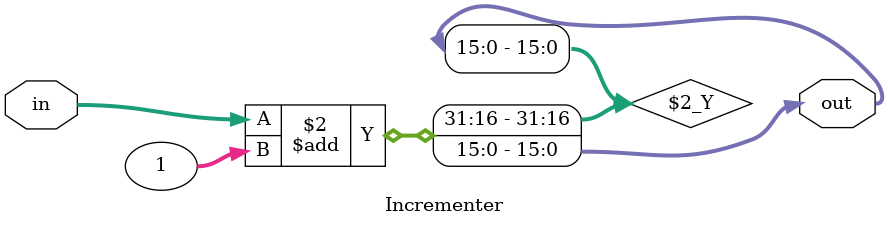
<source format=v>
`timescale 1ns / 1ps
module Incrementer(
    input [15:0] in,
    output reg [15:0] out
    );
	
	always@(in) begin
		out = in + 1;
	end

endmodule

</source>
